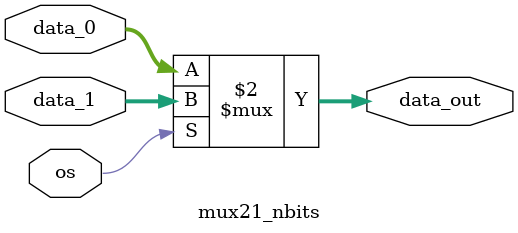
<source format=v>
module mux21_nbits #(
    parameter BITS = 8
) (
    input                   os,
    input       [BITS-1:0]  data_0,
    input       [BITS-1:0]  data_1,
    output      [BITS-1:0]  data_out
);

    assign data_out = (os == 1)? data_1 : data_0;

endmodule
</source>
